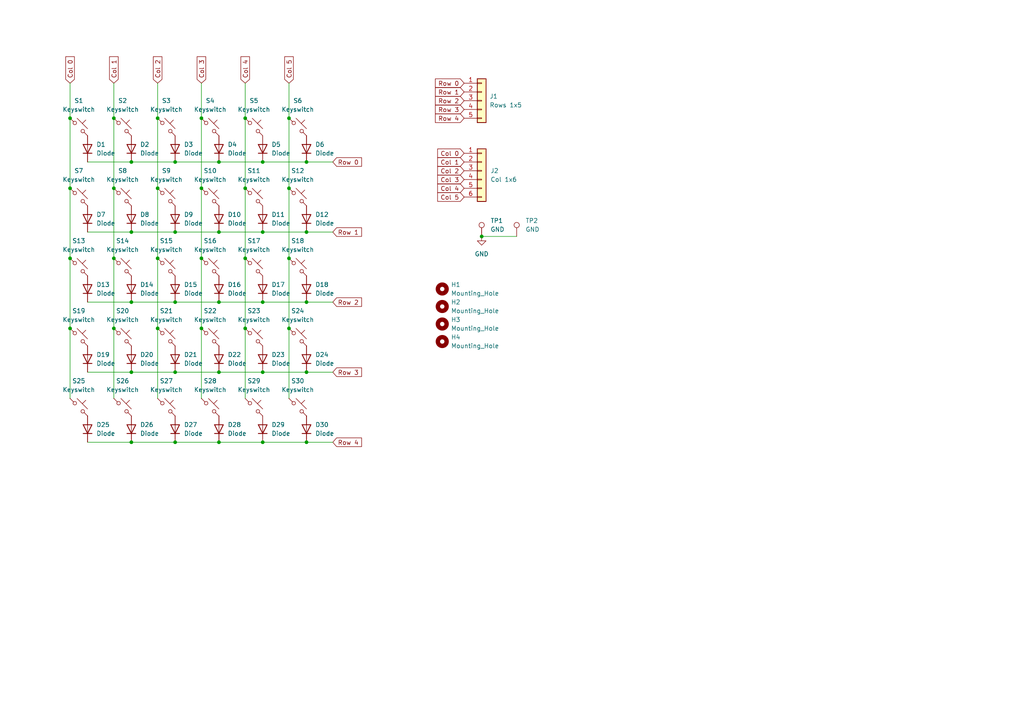
<source format=kicad_sch>
(kicad_sch (version 20250114) (generator "eeschema") (generator_version "9.0")
  (paper "A4")
  (title_block (title "HolyKeys30") (date "2025-04-01") (rev "v1") (company "left2repair"))
  (lib_symbols
    (symbol "Connector:TestPoint" (pin_numbers (hide yes)) (pin_names (offset 0.762) (hide yes))
      (property "Reference" "TP" (at 0 6.858 0))
      (property "Value" "TestPoint" (at 0 5.08 0))
      (symbol "TestPoint_0_1"
        (circle (center 0 3.302) (radius 0.762))
      )
      (symbol "TestPoint_1_1"
        (pin passive line (at 0 0 90) (length 2.54) (name "1") (number "1"))
      )
    )
    (symbol "Connector_Generic:Conn_01x05" (pin_names (offset 1.016) (hide yes))
      (property "Reference" "J" (at 0 7.62 0))
      (property "Value" "Conn_01x05" (at 0 -7.62 0))
      (symbol "Conn_01x05_1_1"
        (rectangle (start -1.27 6.35) (end 1.27 -6.35) (stroke (width 0.254)) (fill (type background)))
        (rectangle (start -1.27 5.207) (end 0 4.953) (stroke (width 0.1524)))
        (rectangle (start -1.27 2.667) (end 0 2.413) (stroke (width 0.1524)))
        (rectangle (start -1.27 0.127) (end 0 -0.127) (stroke (width 0.1524)))
        (rectangle (start -1.27 -2.413) (end 0 -2.667) (stroke (width 0.1524)))
        (rectangle (start -1.27 -4.953) (end 0 -5.207) (stroke (width 0.1524)))
        (pin passive line (at -5.08 5.08 0) (length 3.81) (name "Pin_1") (number "1"))
        (pin passive line (at -5.08 2.54 0) (length 3.81) (name "Pin_2") (number "2"))
        (pin passive line (at -5.08 0 0) (length 3.81) (name "Pin_3") (number "3"))
        (pin passive line (at -5.08 -2.54 0) (length 3.81) (name "Pin_4") (number "4"))
        (pin passive line (at -5.08 -5.08 0) (length 3.81) (name "Pin_5") (number "5"))
      )
    )
    (symbol "Connector_Generic:Conn_01x06" (pin_names (offset 1.016) (hide yes))
      (property "Reference" "J" (at 0 7.62 0))
      (property "Value" "Conn_01x06" (at 0 -10.16 0))
      (symbol "Conn_01x06_1_1"
        (rectangle (start -1.27 6.35) (end 1.27 -8.89) (stroke (width 0.254)) (fill (type background)))
        (rectangle (start -1.27 5.207) (end 0 4.953) (stroke (width 0.1524)))
        (rectangle (start -1.27 2.667) (end 0 2.413) (stroke (width 0.1524)))
        (rectangle (start -1.27 0.127) (end 0 -0.127) (stroke (width 0.1524)))
        (rectangle (start -1.27 -2.413) (end 0 -2.667) (stroke (width 0.1524)))
        (rectangle (start -1.27 -4.953) (end 0 -5.207) (stroke (width 0.1524)))
        (rectangle (start -1.27 -7.493) (end 0 -7.747) (stroke (width 0.1524)))
        (pin passive line (at -5.08 5.08 0) (length 3.81) (name "Pin_1") (number "1"))
        (pin passive line (at -5.08 2.54 0) (length 3.81) (name "Pin_2") (number "2"))
        (pin passive line (at -5.08 0 0) (length 3.81) (name "Pin_3") (number "3"))
        (pin passive line (at -5.08 -2.54 0) (length 3.81) (name "Pin_4") (number "4"))
        (pin passive line (at -5.08 -5.08 0) (length 3.81) (name "Pin_5") (number "5"))
        (pin passive line (at -5.08 -7.62 0) (length 3.81) (name "Pin_6") (number "6"))
      )
    )
    (symbol "ScottoKeebs:Placeholder_Diode" (pin_numbers (hide yes)) (pin_names (hide yes))
      (property "Reference" "D" (at 0 2.54 0))
      (property "Value" "Diode" (at 0 -2.54 0))
      (symbol "Placeholder_Diode_0_1"
        (polyline (pts (xy -1.27 1.27) (xy -1.27 -1.27)) (stroke (width 0.254)))
        (polyline (pts (xy 1.27 1.27) (xy 1.27 -1.27) (xy -1.27 0) (xy 1.27 1.27)) (stroke (width 0.254)))
        (polyline (pts (xy 1.27 0) (xy -1.27 0)))
      )
      (symbol "Placeholder_Diode_1_1"
        (pin passive line (at -3.81 0 0) (length 2.54) (name "K") (number "1"))
        (pin passive line (at 3.81 0 180) (length 2.54) (name "A") (number "2"))
      )
    )
    (symbol "ScottoKeebs:Placeholder_Keyswitch" (pin_numbers (hide yes)) (pin_names (offset 1.016) (hide yes))
      (property "Reference" "S" (at 3.048 1.016 0))
      (property "Value" "Keyswitch" (at 0 -3.81 0))
      (symbol "Placeholder_Keyswitch_0_1"
        (polyline (pts (xy -2.54 2.54) (xy -1.524 1.524) (xy -1.524 1.524)))
        (circle (center -1.1684 1.1684) (radius 0.508))
        (polyline (pts (xy -0.508 2.54) (xy 2.54 -0.508)))
        (polyline (pts (xy 1.016 1.016) (xy 2.032 2.032)))
        (circle (center 1.143 -1.1938) (radius 0.508))
        (polyline (pts (xy 1.524 -1.524) (xy 2.54 -2.54) (xy 2.54 -2.54) (xy 2.54 -2.54)))
        (pin passive line (at -2.54 2.54 0) (length 0) (name "1") (number "1"))
        (pin passive line (at 2.54 -2.54 180) (length 0) (name "2") (number "2"))
      )
    )
    (symbol "ScottoKeebs:Placeholder_Mounting_Hole" (pin_names (offset 1.016))
      (property "Reference" "H" (at 0 5.08 0))
      (property "Value" "Mounting_Hole" (at 0 3.175 0))
      (symbol "Placeholder_Mounting_Hole_0_1"
        (circle (center 0 0) (radius 1.27) (stroke (width 1.27)))
      )
    )
    (symbol "power:GND" (power) (pin_numbers (hide yes)) (pin_names (offset 0) (hide yes))
      (property "Value" "GND" (at 0 -3.81 0))
      (symbol "GND_0_1"
        (polyline (pts (xy 0 0) (xy 0 -1.27) (xy 1.27 -1.27) (xy 0 -2.54) (xy -1.27 -1.27) (xy 0 -1.27)))
      )
      (symbol "GND_1_1"
        (pin power_in line (at 0 0 270) (length 0) (name "~") (number "1"))
      )
    )
  )
  (junction (at 83.82 74.93))
  (junction (at 58.42 34.29))
  (junction (at 38.1 87.63))
  (junction (at 38.1 46.99))
  (junction (at 88.9 107.95))
  (junction (at 58.42 95.25))
  (junction (at 33.02 54.61))
  (junction (at 33.02 74.93))
  (junction (at 45.72 74.93))
  (junction (at 20.32 54.61))
  (junction (at 45.72 34.29))
  (junction (at 45.72 54.61))
  (junction (at 63.5 46.99))
  (junction (at 76.2 107.95))
  (junction (at 76.2 87.63))
  (junction (at 83.82 34.29))
  (junction (at 71.12 34.29))
  (junction (at 33.02 95.25))
  (junction (at 38.1 67.31))
  (junction (at 50.8 107.95))
  (junction (at 71.12 54.61))
  (junction (at 76.2 46.99))
  (junction (at 63.5 107.95))
  (junction (at 88.9 46.99))
  (junction (at 20.32 95.25))
  (junction (at 33.02 34.29))
  (junction (at 63.5 128.27))
  (junction (at 38.1 107.95))
  (junction (at 50.8 87.63))
  (junction (at 83.82 95.25))
  (junction (at 88.9 87.63))
  (junction (at 38.1 128.27))
  (junction (at 45.72 95.25))
  (junction (at 50.8 46.99))
  (junction (at 58.42 74.93))
  (junction (at 63.5 67.31))
  (junction (at 139.7 68.58))
  (junction (at 88.9 67.31))
  (junction (at 71.12 74.93))
  (junction (at 71.12 95.25))
  (junction (at 20.32 74.93))
  (junction (at 20.32 34.29))
  (junction (at 50.8 67.31))
  (junction (at 58.42 54.61))
  (junction (at 76.2 67.31))
  (junction (at 50.8 128.27))
  (junction (at 76.2 128.27))
  (junction (at 88.9 128.27))
  (junction (at 63.5 87.63))
  (junction (at 83.82 54.61))
  (wire (pts (xy 25.4 128.27) (xy 38.1 128.27)))
  (wire (pts (xy 63.5 87.63) (xy 76.2 87.63)))
  (wire (pts (xy 58.42 34.29) (xy 58.42 54.61)))
  (wire (pts (xy 50.8 128.27) (xy 63.5 128.27)))
  (wire (pts (xy 38.1 128.27) (xy 50.8 128.27)))
  (wire (pts (xy 76.2 67.31) (xy 88.9 67.31)))
  (wire (pts (xy 83.82 95.25) (xy 83.82 74.93)))
  (wire (pts (xy 71.12 74.93) (xy 71.12 95.25)))
  (wire (pts (xy 33.02 54.61) (xy 33.02 74.93)))
  (wire (pts (xy 58.42 95.25) (xy 58.42 115.57)))
  (wire (pts (xy 33.02 34.29) (xy 33.02 54.61)))
  (wire (pts (xy 50.8 87.63) (xy 63.5 87.63)))
  (wire (pts (xy 83.82 24.13) (xy 83.82 34.29)))
  (wire (pts (xy 88.9 128.27) (xy 96.52 128.27)))
  (wire (pts (xy 20.32 24.13) (xy 20.32 34.29)))
  (wire (pts (xy 50.8 67.31) (xy 63.5 67.31)))
  (wire (pts (xy 33.02 74.93) (xy 33.02 95.25)))
  (wire (pts (xy 38.1 87.63) (xy 50.8 87.63)))
  (wire (pts (xy 25.4 67.31) (xy 38.1 67.31)))
  (wire (pts (xy 20.32 34.29) (xy 20.32 54.61)))
  (wire (pts (xy 45.72 34.29) (xy 45.72 54.61)))
  (wire (pts (xy 76.2 107.95) (xy 88.9 107.95)))
  (wire (pts (xy 25.4 87.63) (xy 38.1 87.63)))
  (wire (pts (xy 58.42 24.13) (xy 58.42 34.29)))
  (wire (pts (xy 71.12 95.25) (xy 71.12 115.57)))
  (wire (pts (xy 83.82 54.61) (xy 83.82 74.93)))
  (wire (pts (xy 45.72 54.61) (xy 45.72 74.93)))
  (wire (pts (xy 20.32 74.93) (xy 20.32 95.25)))
  (wire (pts (xy 88.9 46.99) (xy 96.52 46.99)))
  (wire (pts (xy 38.1 67.31) (xy 50.8 67.31)))
  (wire (pts (xy 58.42 54.61) (xy 58.42 74.93)))
  (wire (pts (xy 50.8 107.95) (xy 63.5 107.95)))
  (wire (pts (xy 38.1 107.95) (xy 50.8 107.95)))
  (wire (pts (xy 71.12 24.13) (xy 71.12 34.29)))
  (wire (pts (xy 76.2 46.99) (xy 88.9 46.99)))
  (wire (pts (xy 38.1 46.99) (xy 50.8 46.99)))
  (wire (pts (xy 71.12 54.61) (xy 71.12 74.93)))
  (wire (pts (xy 139.7 68.58) (xy 149.86 68.58)))
  (wire (pts (xy 83.82 34.29) (xy 83.82 54.61)))
  (wire (pts (xy 71.12 34.29) (xy 71.12 54.61)))
  (wire (pts (xy 25.4 46.99) (xy 38.1 46.99)))
  (wire (pts (xy 33.02 24.13) (xy 33.02 34.29)))
  (wire (pts (xy 50.8 46.99) (xy 63.5 46.99)))
  (wire (pts (xy 25.4 107.95) (xy 38.1 107.95)))
  (wire (pts (xy 63.5 128.27) (xy 76.2 128.27)))
  (wire (pts (xy 45.72 24.13) (xy 45.72 34.29)))
  (wire (pts (xy 76.2 128.27) (xy 88.9 128.27)))
  (wire (pts (xy 88.9 87.63) (xy 96.52 87.63)))
  (wire (pts (xy 83.82 95.25) (xy 83.82 115.57)))
  (wire (pts (xy 76.2 87.63) (xy 88.9 87.63)))
  (wire (pts (xy 96.52 107.95) (xy 88.9 107.95)))
  (wire (pts (xy 45.72 95.25) (xy 45.72 115.57)))
  (wire (pts (xy 45.72 74.93) (xy 45.72 95.25)))
  (wire (pts (xy 58.42 95.25) (xy 58.42 74.93)))
  (wire (pts (xy 33.02 95.25) (xy 33.02 115.57)))
  (wire (pts (xy 20.32 54.61) (xy 20.32 74.93)))
  (wire (pts (xy 63.5 46.99) (xy 76.2 46.99)))
  (wire (pts (xy 20.32 95.25) (xy 20.32 115.57)))
  (wire (pts (xy 63.5 67.31) (xy 76.2 67.31)))
  (wire (pts (xy 63.5 107.95) (xy 76.2 107.95)))
  (wire (pts (xy 96.52 67.31) (xy 88.9 67.31)))
  (global_label "Row 2" (shape input) (at 134.62 29.21 180) (property "Intersheetrefs" "${INTERSHEET_REFS}" (effects (hide yes))))
  (global_label "Row 2" (shape input) (at 96.52 87.63 0) (property "Intersheetrefs" "${INTERSHEET_REFS}" (effects (hide yes))))
  (global_label "Row 0" (shape input) (at 134.62 24.13 180) (property "Intersheetrefs" "${INTERSHEET_REFS}" (effects (hide yes))))
  (global_label "Row 4" (shape input) (at 134.62 34.29 180) (property "Intersheetrefs" "${INTERSHEET_REFS}" (effects (hide yes))))
  (global_label "Col 2" (shape input) (at 45.72 24.13 90) (property "Intersheetrefs" "${INTERSHEET_REFS}" (effects (hide yes))))
  (global_label "Col 0" (shape input) (at 134.62 44.45 180) (property "Intersheetrefs" "${INTERSHEET_REFS}" (effects (hide yes))))
  (global_label "Col 5" (shape input) (at 83.82 24.13 90) (property "Intersheetrefs" "${INTERSHEET_REFS}" (effects (hide yes))))
  (global_label "Col 4" (shape input) (at 134.62 54.61 180) (property "Intersheetrefs" "${INTERSHEET_REFS}" (effects (hide yes))))
  (global_label "Col 1" (shape input) (at 33.02 24.13 90) (property "Intersheetrefs" "${INTERSHEET_REFS}" (effects (hide yes))))
  (global_label "Col 5" (shape input) (at 134.62 57.15 180) (property "Intersheetrefs" "${INTERSHEET_REFS}" (effects (hide yes))))
  (global_label "Col 4" (shape input) (at 71.12 24.13 90) (property "Intersheetrefs" "${INTERSHEET_REFS}" (effects (hide yes))))
  (global_label "Col 3" (shape input) (at 58.42 24.13 90) (property "Intersheetrefs" "${INTERSHEET_REFS}" (effects (hide yes))))
  (global_label "Row 1" (shape input) (at 134.62 26.67 180) (property "Intersheetrefs" "${INTERSHEET_REFS}" (effects (hide yes))))
  (global_label "Row 0" (shape input) (at 96.52 46.99 0) (property "Intersheetrefs" "${INTERSHEET_REFS}" (effects (hide yes))))
  (global_label "Col 0" (shape input) (at 20.32 24.13 90) (property "Intersheetrefs" "${INTERSHEET_REFS}" (effects (hide yes))))
  (global_label "Col 1" (shape input) (at 134.62 46.99 180) (property "Intersheetrefs" "${INTERSHEET_REFS}" (effects (hide yes))))
  (global_label "Col 2" (shape input) (at 134.62 49.53 180) (property "Intersheetrefs" "${INTERSHEET_REFS}" (effects (hide yes))))
  (global_label "Row 1" (shape input) (at 96.52 67.31 0) (property "Intersheetrefs" "${INTERSHEET_REFS}" (effects (hide yes))))
  (global_label "Row 3" (shape input) (at 96.52 107.95 0) (property "Intersheetrefs" "${INTERSHEET_REFS}" (effects (hide yes))))
  (global_label "Row 3" (shape input) (at 134.62 31.75 180) (property "Intersheetrefs" "${INTERSHEET_REFS}" (effects (hide yes))))
  (global_label "Col 3" (shape input) (at 134.62 52.07 180) (property "Intersheetrefs" "${INTERSHEET_REFS}" (effects (hide yes))))
  (global_label "Row 4" (shape input) (at 96.52 128.27 0) (property "Intersheetrefs" "${INTERSHEET_REFS}" (effects (hide yes))))
  (symbol (lib_id "ScottoKeebs:Placeholder_Keyswitch") (at 48.26 57.15 0) (unit 1)
    (property "Reference" "S9" (at 48.26 49.53 0))
    (property "Value" "Keyswitch" (at 48.26 52.07 0))
    (property "Footprint" "Switch_Keyboard_Hotswap_Kailh:SW_Hotswap_Kailh_Choc_V1V2_Reversible" (effects (hide yes)))
    (property "Description" "Push button switch, normally open, two pins, 45° tilted" (effects (hide yes)))
  )
  (symbol (lib_id "ScottoKeebs:Placeholder_Diode") (at 76.2 43.18 90) (unit 1)
    (property "Reference" "D5" (at 78.74 41.9099 90) (effects (justify right)))
    (property "Value" "Diode" (at 78.74 44.4499 90) (effects (justify right)))
    (property "Footprint" "ScottoKeebs_Components:Diode_DO-35" (effects (hide yes)))
    (property "Description" "1N4148 (DO-35) or 1N4148W (SOD-123)" (effects (hide yes)))
    (property "Sim.Device" "D" (effects (hide yes)))
    (property "Sim.Pins" "1=K 2=A" (effects (hide yes)))
  )
  (symbol (lib_id "ScottoKeebs:Placeholder_Diode") (at 88.9 124.46 90) (unit 1)
    (property "Reference" "D30" (at 91.44 123.1899 90) (effects (justify right)))
    (property "Value" "Diode" (at 91.44 125.7299 90) (effects (justify right)))
    (property "Footprint" "ScottoKeebs_Components:Diode_DO-35" (effects (hide yes)))
    (property "Description" "1N4148 (DO-35) or 1N4148W (SOD-123)" (effects (hide yes)))
    (property "Sim.Device" "D" (effects (hide yes)))
    (property "Sim.Pins" "1=K 2=A" (effects (hide yes)))
  )
  (symbol (lib_id "ScottoKeebs:Placeholder_Keyswitch") (at 86.36 97.79 0) (unit 1)
    (property "Reference" "S24" (at 86.36 90.17 0))
    (property "Value" "Keyswitch" (at 86.36 92.71 0))
    (property "Footprint" "Switch_Keyboard_Hotswap_Kailh:SW_Hotswap_Kailh_Choc_V1V2_Reversible" (effects (hide yes)))
    (property "Description" "Push button switch, normally open, two pins, 45° tilted" (effects (hide yes)))
  )
  (symbol (lib_id "ScottoKeebs:Placeholder_Diode") (at 76.2 63.5 90) (unit 1)
    (property "Reference" "D11" (at 78.74 62.2299 90) (effects (justify right)))
    (property "Value" "Diode" (at 78.74 64.7699 90) (effects (justify right)))
    (property "Footprint" "ScottoKeebs_Components:Diode_DO-35" (effects (hide yes)))
    (property "Description" "1N4148 (DO-35) or 1N4148W (SOD-123)" (effects (hide yes)))
    (property "Sim.Device" "D" (effects (hide yes)))
    (property "Sim.Pins" "1=K 2=A" (effects (hide yes)))
  )
  (symbol (lib_id "ScottoKeebs:Placeholder_Keyswitch") (at 48.26 36.83 0) (unit 1)
    (property "Reference" "S3" (at 48.26 29.21 0))
    (property "Value" "Keyswitch" (at 48.26 31.75 0))
    (property "Footprint" "Switch_Keyboard_Hotswap_Kailh:SW_Hotswap_Kailh_Choc_V1V2_Reversible" (effects (hide yes)))
    (property "Description" "Push button switch, normally open, two pins, 45° tilted" (effects (hide yes)))
  )
  (symbol (lib_id "ScottoKeebs:Placeholder_Diode") (at 25.4 43.18 90) (unit 1)
    (property "Reference" "D1" (at 27.94 41.9099 90) (effects (justify right)))
    (property "Value" "Diode" (at 27.94 44.4499 90) (effects (justify right)))
    (property "Footprint" "ScottoKeebs_Components:Diode_DO-35" (effects (hide yes)))
    (property "Description" "1N4148 (DO-35) or 1N4148W (SOD-123)" (effects (hide yes)))
    (property "Sim.Device" "D" (effects (hide yes)))
    (property "Sim.Pins" "1=K 2=A" (effects (hide yes)))
  )
  (symbol (lib_id "ScottoKeebs:Placeholder_Keyswitch") (at 60.96 77.47 0) (unit 1)
    (property "Reference" "S16" (at 60.96 69.85 0))
    (property "Value" "Keyswitch" (at 60.96 72.39 0))
    (property "Footprint" "Switch_Keyboard_Hotswap_Kailh:SW_Hotswap_Kailh_Choc_V1V2_Reversible" (effects (hide yes)))
    (property "Description" "Push button switch, normally open, two pins, 45° tilted" (effects (hide yes)))
  )
  (symbol (lib_id "ScottoKeebs:Placeholder_Keyswitch") (at 22.86 118.11 0) (unit 1)
    (property "Reference" "S25" (at 22.86 110.49 0))
    (property "Value" "Keyswitch" (at 22.86 113.03 0))
    (property "Footprint" "Switch_Keyboard_Hotswap_Kailh:SW_Hotswap_Kailh_Choc_V1V2_Reversible" (effects (hide yes)))
    (property "Description" "Push button switch, normally open, two pins, 45° tilted" (effects (hide yes)))
  )
  (symbol (lib_id "ScottoKeebs:Placeholder_Diode") (at 88.9 63.5 90) (unit 1)
    (property "Reference" "D12" (at 91.44 62.2299 90) (effects (justify right)))
    (property "Value" "Diode" (at 91.44 64.7699 90) (effects (justify right)))
    (property "Footprint" "ScottoKeebs_Components:Diode_DO-35" (effects (hide yes)))
    (property "Description" "1N4148 (DO-35) or 1N4148W (SOD-123)" (effects (hide yes)))
    (property "Sim.Device" "D" (effects (hide yes)))
    (property "Sim.Pins" "1=K 2=A" (effects (hide yes)))
  )
  (symbol (lib_id "ScottoKeebs:Placeholder_Keyswitch") (at 22.86 97.79 0) (unit 1)
    (property "Reference" "S19" (at 22.86 90.17 0))
    (property "Value" "Keyswitch" (at 22.86 92.71 0))
    (property "Footprint" "Switch_Keyboard_Hotswap_Kailh:SW_Hotswap_Kailh_Choc_V1V2_Reversible" (effects (hide yes)))
    (property "Description" "Push button switch, normally open, two pins, 45° tilted" (effects (hide yes)))
  )
  (symbol (lib_id "ScottoKeebs:Placeholder_Keyswitch") (at 73.66 77.47 0) (unit 1)
    (property "Reference" "S17" (at 73.66 69.85 0))
    (property "Value" "Keyswitch" (at 73.66 72.39 0))
    (property "Footprint" "Switch_Keyboard_Hotswap_Kailh:SW_Hotswap_Kailh_Choc_V1V2_Reversible" (effects (hide yes)))
    (property "Description" "Push button switch, normally open, two pins, 45° tilted" (effects (hide yes)))
  )
  (symbol (lib_id "ScottoKeebs:Placeholder_Diode") (at 38.1 124.46 90) (unit 1)
    (property "Reference" "D26" (at 40.64 123.1899 90) (effects (justify right)))
    (property "Value" "Diode" (at 40.64 125.7299 90) (effects (justify right)))
    (property "Footprint" "ScottoKeebs_Components:Diode_DO-35" (effects (hide yes)))
    (property "Description" "1N4148 (DO-35) or 1N4148W (SOD-123)" (effects (hide yes)))
    (property "Sim.Device" "D" (effects (hide yes)))
    (property "Sim.Pins" "1=K 2=A" (effects (hide yes)))
  )
  (symbol (lib_id "ScottoKeebs:Placeholder_Keyswitch") (at 22.86 57.15 0) (unit 1)
    (property "Reference" "S7" (at 22.86 49.53 0))
    (property "Value" "Keyswitch" (at 22.86 52.07 0))
    (property "Footprint" "Switch_Keyboard_Hotswap_Kailh:SW_Hotswap_Kailh_Choc_V1V2_Reversible" (effects (hide yes)))
    (property "Description" "Push button switch, normally open, two pins, 45° tilted" (effects (hide yes)))
  )
  (symbol (lib_id "ScottoKeebs:Placeholder_Diode") (at 63.5 124.46 90) (unit 1)
    (property "Reference" "D28" (at 66.04 123.1899 90) (effects (justify right)))
    (property "Value" "Diode" (at 66.04 125.7299 90) (effects (justify right)))
    (property "Footprint" "ScottoKeebs_Components:Diode_DO-35" (effects (hide yes)))
    (property "Description" "1N4148 (DO-35) or 1N4148W (SOD-123)" (effects (hide yes)))
    (property "Sim.Device" "D" (effects (hide yes)))
    (property "Sim.Pins" "1=K 2=A" (effects (hide yes)))
  )
  (symbol (lib_id "Connector_Generic:Conn_01x05") (at 139.7 29.21 0) (unit 1)
    (property "Reference" "J1" (at 141.986 27.94 0) (effects (justify left)))
    (property "Value" "Rows 1x5" (at 141.986 30.48 0) (effects (justify left)))
    (property "Footprint" "Connector_PinSocket_2.54mm:PinSocket_1x05_P2.54mm_Vertical" (effects (hide yes)))
    (property "Description" "Generic connector, single row, 01x05, script generated (kicad-library-utils/schlib/autogen/connector/)" (effects (hide yes)))
  )
  (symbol (lib_id "ScottoKeebs:Placeholder_Mounting_Hole") (at 128.27 88.9 0) (unit 1)
    (property "Reference" "H2" (at 130.81 87.6299 0) (effects (justify left)))
    (property "Value" "Mounting_Hole" (at 130.81 90.1699 0) (effects (justify left)))
    (property "Footprint" "MountingHole:MountingHole_2.2mm_M2_DIN965" (effects (hide yes)))
    (property "Description" "Mounting Hole without connection" (effects (hide yes)))
  )
  (symbol (lib_id "ScottoKeebs:Placeholder_Keyswitch") (at 48.26 118.11 0) (unit 1)
    (property "Reference" "S27" (at 48.26 110.49 0))
    (property "Value" "Keyswitch" (at 48.26 113.03 0))
    (property "Footprint" "Switch_Keyboard_Hotswap_Kailh:SW_Hotswap_Kailh_Choc_V1V2_Reversible" (effects (hide yes)))
    (property "Description" "Push button switch, normally open, two pins, 45° tilted" (effects (hide yes)))
  )
  (symbol (lib_id "ScottoKeebs:Placeholder_Keyswitch") (at 86.36 36.83 0) (unit 1)
    (property "Reference" "S6" (at 86.36 29.21 0))
    (property "Value" "Keyswitch" (at 86.36 31.75 0))
    (property "Footprint" "Switch_Keyboard_Hotswap_Kailh:SW_Hotswap_Kailh_Choc_V1V2_Reversible" (effects (hide yes)))
    (property "Description" "Push button switch, normally open, two pins, 45° tilted" (effects (hide yes)))
  )
  (symbol (lib_id "Connector_Generic:Conn_01x06") (at 139.7 49.53 0) (unit 1)
    (property "Reference" "J2" (at 142.24 49.5299 0) (effects (justify left)))
    (property "Value" "Col 1x6" (at 142.24 52.0699 0) (effects (justify left)))
    (property "Footprint" "Connector_PinSocket_2.54mm:PinSocket_1x06_P2.54mm_Vertical" (effects (hide yes)))
    (property "Description" "Generic connector, single row, 01x06, script generated (kicad-library-utils/schlib/autogen/connector/)" (effects (hide yes)))
  )
  (symbol (lib_id "ScottoKeebs:Placeholder_Diode") (at 50.8 83.82 90) (unit 1)
    (property "Reference" "D15" (at 53.34 82.5499 90) (effects (justify right)))
    (property "Value" "Diode" (at 53.34 85.0899 90) (effects (justify right)))
    (property "Footprint" "ScottoKeebs_Components:Diode_DO-35" (effects (hide yes)))
    (property "Description" "1N4148 (DO-35) or 1N4148W (SOD-123)" (effects (hide yes)))
    (property "Sim.Device" "D" (effects (hide yes)))
    (property "Sim.Pins" "1=K 2=A" (effects (hide yes)))
  )
  (symbol (lib_id "ScottoKeebs:Placeholder_Diode") (at 38.1 104.14 90) (unit 1)
    (property "Reference" "D20" (at 40.64 102.8699 90) (effects (justify right)))
    (property "Value" "Diode" (at 40.64 105.4099 90) (effects (justify right)))
    (property "Footprint" "ScottoKeebs_Components:Diode_DO-35" (effects (hide yes)))
    (property "Description" "1N4148 (DO-35) or 1N4148W (SOD-123)" (effects (hide yes)))
    (property "Sim.Device" "D" (effects (hide yes)))
    (property "Sim.Pins" "1=K 2=A" (effects (hide yes)))
  )
  (symbol (lib_id "ScottoKeebs:Placeholder_Keyswitch") (at 86.36 118.11 0) (unit 1)
    (property "Reference" "S30" (at 86.36 110.49 0))
    (property "Value" "Keyswitch" (at 86.36 113.03 0))
    (property "Footprint" "Switch_Keyboard_Hotswap_Kailh:SW_Hotswap_Kailh_Choc_V1V2_Reversible" (effects (hide yes)))
    (property "Description" "Push button switch, normally open, two pins, 45° tilted" (effects (hide yes)))
  )
  (symbol (lib_id "ScottoKeebs:Placeholder_Diode") (at 25.4 124.46 90) (unit 1)
    (property "Reference" "D25" (at 27.94 123.1899 90) (effects (justify right)))
    (property "Value" "Diode" (at 27.94 125.7299 90) (effects (justify right)))
    (property "Footprint" "ScottoKeebs_Components:Diode_DO-35" (effects (hide yes)))
    (property "Description" "1N4148 (DO-35) or 1N4148W (SOD-123)" (effects (hide yes)))
    (property "Sim.Device" "D" (effects (hide yes)))
    (property "Sim.Pins" "1=K 2=A" (effects (hide yes)))
  )
  (symbol (lib_id "ScottoKeebs:Placeholder_Keyswitch") (at 86.36 57.15 0) (unit 1)
    (property "Reference" "S12" (at 86.36 49.53 0))
    (property "Value" "Keyswitch" (at 86.36 52.07 0))
    (property "Footprint" "Switch_Keyboard_Hotswap_Kailh:SW_Hotswap_Kailh_Choc_V1V2_Reversible" (effects (hide yes)))
    (property "Description" "Push button switch, normally open, two pins, 45° tilted" (effects (hide yes)))
  )
  (symbol (lib_id "ScottoKeebs:Placeholder_Diode") (at 88.9 104.14 90) (unit 1)
    (property "Reference" "D24" (at 91.44 102.8699 90) (effects (justify right)))
    (property "Value" "Diode" (at 91.44 105.4099 90) (effects (justify right)))
    (property "Footprint" "ScottoKeebs_Components:Diode_DO-35" (effects (hide yes)))
    (property "Description" "1N4148 (DO-35) or 1N4148W (SOD-123)" (effects (hide yes)))
    (property "Sim.Device" "D" (effects (hide yes)))
    (property "Sim.Pins" "1=K 2=A" (effects (hide yes)))
  )
  (symbol (lib_id "ScottoKeebs:Placeholder_Keyswitch") (at 35.56 118.11 0) (unit 1)
    (property "Reference" "S26" (at 35.56 110.49 0))
    (property "Value" "Keyswitch" (at 35.56 113.03 0))
    (property "Footprint" "Switch_Keyboard_Hotswap_Kailh:SW_Hotswap_Kailh_Choc_V1V2_Reversible" (effects (hide yes)))
    (property "Description" "Push button switch, normally open, two pins, 45° tilted" (effects (hide yes)))
  )
  (symbol (lib_id "ScottoKeebs:Placeholder_Diode") (at 63.5 43.18 90) (unit 1)
    (property "Reference" "D4" (at 66.04 41.9099 90) (effects (justify right)))
    (property "Value" "Diode" (at 66.04 44.4499 90) (effects (justify right)))
    (property "Footprint" "ScottoKeebs_Components:Diode_DO-35" (effects (hide yes)))
    (property "Description" "1N4148 (DO-35) or 1N4148W (SOD-123)" (effects (hide yes)))
    (property "Sim.Device" "D" (effects (hide yes)))
    (property "Sim.Pins" "1=K 2=A" (effects (hide yes)))
  )
  (symbol (lib_id "ScottoKeebs:Placeholder_Mounting_Hole") (at 128.27 99.06 0) (unit 1)
    (property "Reference" "H4" (at 130.81 97.7899 0) (effects (justify left)))
    (property "Value" "Mounting_Hole" (at 130.81 100.3299 0) (effects (justify left)))
    (property "Footprint" "MountingHole:MountingHole_2.2mm_M2_DIN965" (effects (hide yes)))
    (property "Description" "Mounting Hole without connection" (effects (hide yes)))
  )
  (symbol (lib_id "ScottoKeebs:Placeholder_Keyswitch") (at 35.56 77.47 0) (unit 1)
    (property "Reference" "S14" (at 35.56 69.85 0))
    (property "Value" "Keyswitch" (at 35.56 72.39 0))
    (property "Footprint" "Switch_Keyboard_Hotswap_Kailh:SW_Hotswap_Kailh_Choc_V1V2_Reversible" (effects (hide yes)))
    (property "Description" "Push button switch, normally open, two pins, 45° tilted" (effects (hide yes)))
  )
  (symbol (lib_id "ScottoKeebs:Placeholder_Diode") (at 76.2 83.82 90) (unit 1)
    (property "Reference" "D17" (at 78.74 82.5499 90) (effects (justify right)))
    (property "Value" "Diode" (at 78.74 85.0899 90) (effects (justify right)))
    (property "Footprint" "ScottoKeebs_Components:Diode_DO-35" (effects (hide yes)))
    (property "Description" "1N4148 (DO-35) or 1N4148W (SOD-123)" (effects (hide yes)))
    (property "Sim.Device" "D" (effects (hide yes)))
    (property "Sim.Pins" "1=K 2=A" (effects (hide yes)))
  )
  (symbol (lib_id "ScottoKeebs:Placeholder_Keyswitch") (at 48.26 97.79 0) (unit 1)
    (property "Reference" "S21" (at 48.26 90.17 0))
    (property "Value" "Keyswitch" (at 48.26 92.71 0))
    (property "Footprint" "Switch_Keyboard_Hotswap_Kailh:SW_Hotswap_Kailh_Choc_V1V2_Reversible" (effects (hide yes)))
    (property "Description" "Push button switch, normally open, two pins, 45° tilted" (effects (hide yes)))
  )
  (symbol (lib_id "ScottoKeebs:Placeholder_Diode") (at 38.1 43.18 90) (unit 1)
    (property "Reference" "D2" (at 40.64 41.9099 90) (effects (justify right)))
    (property "Value" "Diode" (at 40.64 44.4499 90) (effects (justify right)))
    (property "Footprint" "ScottoKeebs_Components:Diode_DO-35" (effects (hide yes)))
    (property "Description" "1N4148 (DO-35) or 1N4148W (SOD-123)" (effects (hide yes)))
    (property "Sim.Device" "D" (effects (hide yes)))
    (property "Sim.Pins" "1=K 2=A" (effects (hide yes)))
  )
  (symbol (lib_id "ScottoKeebs:Placeholder_Keyswitch") (at 22.86 36.83 0) (unit 1)
    (property "Reference" "S1" (at 22.86 29.21 0))
    (property "Value" "Keyswitch" (at 22.86 31.75 0))
    (property "Footprint" "Switch_Keyboard_Hotswap_Kailh:SW_Hotswap_Kailh_Choc_V1V2_Reversible" (effects (hide yes)))
    (property "Description" "Push button switch, normally open, two pins, 45° tilted" (effects (hide yes)))
  )
  (symbol (lib_id "ScottoKeebs:Placeholder_Keyswitch") (at 22.86 77.47 0) (unit 1)
    (property "Reference" "S13" (at 22.86 69.85 0))
    (property "Value" "Keyswitch" (at 22.86 72.39 0))
    (property "Footprint" "Switch_Keyboard_Hotswap_Kailh:SW_Hotswap_Kailh_Choc_V1V2_Reversible" (effects (hide yes)))
    (property "Description" "Push button switch, normally open, two pins, 45° tilted" (effects (hide yes)))
  )
  (symbol (lib_id "ScottoKeebs:Placeholder_Diode") (at 50.8 63.5 90) (unit 1)
    (property "Reference" "D9" (at 53.34 62.2299 90) (effects (justify right)))
    (property "Value" "Diode" (at 53.34 64.7699 90) (effects (justify right)))
    (property "Footprint" "ScottoKeebs_Components:Diode_DO-35" (effects (hide yes)))
    (property "Description" "1N4148 (DO-35) or 1N4148W (SOD-123)" (effects (hide yes)))
    (property "Sim.Device" "D" (effects (hide yes)))
    (property "Sim.Pins" "1=K 2=A" (effects (hide yes)))
  )
  (symbol (lib_id "ScottoKeebs:Placeholder_Diode") (at 88.9 43.18 90) (unit 1)
    (property "Reference" "D6" (at 91.44 41.9099 90) (effects (justify right)))
    (property "Value" "Diode" (at 91.44 44.4499 90) (effects (justify right)))
    (property "Footprint" "ScottoKeebs_Components:Diode_DO-35" (effects (hide yes)))
    (property "Description" "1N4148 (DO-35) or 1N4148W (SOD-123)" (effects (hide yes)))
    (property "Sim.Device" "D" (effects (hide yes)))
    (property "Sim.Pins" "1=K 2=A" (effects (hide yes)))
  )
  (symbol (lib_id "ScottoKeebs:Placeholder_Diode") (at 25.4 63.5 90) (unit 1)
    (property "Reference" "D7" (at 27.94 62.2299 90) (effects (justify right)))
    (property "Value" "Diode" (at 27.94 64.7699 90) (effects (justify right)))
    (property "Footprint" "ScottoKeebs_Components:Diode_DO-35" (effects (hide yes)))
    (property "Description" "1N4148 (DO-35) or 1N4148W (SOD-123)" (effects (hide yes)))
    (property "Sim.Device" "D" (effects (hide yes)))
    (property "Sim.Pins" "1=K 2=A" (effects (hide yes)))
  )
  (symbol (lib_id "ScottoKeebs:Placeholder_Diode") (at 25.4 104.14 90) (unit 1)
    (property "Reference" "D19" (at 27.94 102.8699 90) (effects (justify right)))
    (property "Value" "Diode" (at 27.94 105.4099 90) (effects (justify right)))
    (property "Footprint" "ScottoKeebs_Components:Diode_DO-35" (effects (hide yes)))
    (property "Description" "1N4148 (DO-35) or 1N4148W (SOD-123)" (effects (hide yes)))
    (property "Sim.Device" "D" (effects (hide yes)))
    (property "Sim.Pins" "1=K 2=A" (effects (hide yes)))
  )
  (symbol (lib_id "ScottoKeebs:Placeholder_Diode") (at 63.5 104.14 90) (unit 1)
    (property "Reference" "D22" (at 66.04 102.8699 90) (effects (justify right)))
    (property "Value" "Diode" (at 66.04 105.4099 90) (effects (justify right)))
    (property "Footprint" "ScottoKeebs_Components:Diode_DO-35" (effects (hide yes)))
    (property "Description" "1N4148 (DO-35) or 1N4148W (SOD-123)" (effects (hide yes)))
    (property "Sim.Device" "D" (effects (hide yes)))
    (property "Sim.Pins" "1=K 2=A" (effects (hide yes)))
  )
  (symbol (lib_id "ScottoKeebs:Placeholder_Keyswitch") (at 48.26 77.47 0) (unit 1)
    (property "Reference" "S15" (at 48.26 69.85 0))
    (property "Value" "Keyswitch" (at 48.26 72.39 0))
    (property "Footprint" "Switch_Keyboard_Hotswap_Kailh:SW_Hotswap_Kailh_Choc_V1V2_Reversible" (effects (hide yes)))
    (property "Description" "Push button switch, normally open, two pins, 45° tilted" (effects (hide yes)))
  )
  (symbol (lib_id "ScottoKeebs:Placeholder_Diode") (at 38.1 63.5 90) (unit 1)
    (property "Reference" "D8" (at 40.64 62.2299 90) (effects (justify right)))
    (property "Value" "Diode" (at 40.64 64.7699 90) (effects (justify right)))
    (property "Footprint" "ScottoKeebs_Components:Diode_DO-35" (effects (hide yes)))
    (property "Description" "1N4148 (DO-35) or 1N4148W (SOD-123)" (effects (hide yes)))
    (property "Sim.Device" "D" (effects (hide yes)))
    (property "Sim.Pins" "1=K 2=A" (effects (hide yes)))
  )
  (symbol (lib_id "ScottoKeebs:Placeholder_Keyswitch") (at 60.96 97.79 0) (unit 1)
    (property "Reference" "S22" (at 60.96 90.17 0))
    (property "Value" "Keyswitch" (at 60.96 92.71 0))
    (property "Footprint" "Switch_Keyboard_Hotswap_Kailh:SW_Hotswap_Kailh_Choc_V1V2_Reversible" (effects (hide yes)))
    (property "Description" "Push button switch, normally open, two pins, 45° tilted" (effects (hide yes)))
  )
  (symbol (lib_id "ScottoKeebs:Placeholder_Keyswitch") (at 73.66 57.15 0) (unit 1)
    (property "Reference" "S11" (at 73.66 49.53 0))
    (property "Value" "Keyswitch" (at 73.66 52.07 0))
    (property "Footprint" "Switch_Keyboard_Hotswap_Kailh:SW_Hotswap_Kailh_Choc_V1V2_Reversible" (effects (hide yes)))
    (property "Description" "Push button switch, normally open, two pins, 45° tilted" (effects (hide yes)))
  )
  (symbol (lib_id "ScottoKeebs:Placeholder_Keyswitch") (at 60.96 118.11 0) (unit 1)
    (property "Reference" "S28" (at 60.96 110.49 0))
    (property "Value" "Keyswitch" (at 60.96 113.03 0))
    (property "Footprint" "Switch_Keyboard_Hotswap_Kailh:SW_Hotswap_Kailh_Choc_V1V2_Reversible" (effects (hide yes)))
    (property "Description" "Push button switch, normally open, two pins, 45° tilted" (effects (hide yes)))
  )
  (symbol (lib_id "ScottoKeebs:Placeholder_Diode") (at 38.1 83.82 90) (unit 1)
    (property "Reference" "D14" (at 40.64 82.5499 90) (effects (justify right)))
    (property "Value" "Diode" (at 40.64 85.0899 90) (effects (justify right)))
    (property "Footprint" "ScottoKeebs_Components:Diode_DO-35" (effects (hide yes)))
    (property "Description" "1N4148 (DO-35) or 1N4148W (SOD-123)" (effects (hide yes)))
    (property "Sim.Device" "D" (effects (hide yes)))
    (property "Sim.Pins" "1=K 2=A" (effects (hide yes)))
  )
  (symbol (lib_id "ScottoKeebs:Placeholder_Diode") (at 50.8 124.46 90) (unit 1)
    (property "Reference" "D27" (at 53.34 123.1899 90) (effects (justify right)))
    (property "Value" "Diode" (at 53.34 125.7299 90) (effects (justify right)))
    (property "Footprint" "ScottoKeebs_Components:Diode_DO-35" (effects (hide yes)))
    (property "Description" "1N4148 (DO-35) or 1N4148W (SOD-123)" (effects (hide yes)))
    (property "Sim.Device" "D" (effects (hide yes)))
    (property "Sim.Pins" "1=K 2=A" (effects (hide yes)))
  )
  (symbol (lib_id "ScottoKeebs:Placeholder_Keyswitch") (at 60.96 57.15 0) (unit 1)
    (property "Reference" "S10" (at 60.96 49.53 0))
    (property "Value" "Keyswitch" (at 60.96 52.07 0))
    (property "Footprint" "Switch_Keyboard_Hotswap_Kailh:SW_Hotswap_Kailh_Choc_V1V2_Reversible" (effects (hide yes)))
    (property "Description" "Push button switch, normally open, two pins, 45° tilted" (effects (hide yes)))
  )
  (symbol (lib_id "ScottoKeebs:Placeholder_Keyswitch") (at 73.66 97.79 0) (unit 1)
    (property "Reference" "S23" (at 73.66 90.17 0))
    (property "Value" "Keyswitch" (at 73.66 92.71 0))
    (property "Footprint" "Switch_Keyboard_Hotswap_Kailh:SW_Hotswap_Kailh_Choc_V1V2_Reversible" (effects (hide yes)))
    (property "Description" "Push button switch, normally open, two pins, 45° tilted" (effects (hide yes)))
  )
  (symbol (lib_id "ScottoKeebs:Placeholder_Keyswitch") (at 35.56 97.79 0) (unit 1)
    (property "Reference" "S20" (at 35.56 90.17 0))
    (property "Value" "Keyswitch" (at 35.56 92.71 0))
    (property "Footprint" "Switch_Keyboard_Hotswap_Kailh:SW_Hotswap_Kailh_Choc_V1V2_Reversible" (effects (hide yes)))
    (property "Description" "Push button switch, normally open, two pins, 45° tilted" (effects (hide yes)))
  )
  (symbol (lib_id "ScottoKeebs:Placeholder_Diode") (at 76.2 124.46 90) (unit 1)
    (property "Reference" "D29" (at 78.74 123.1899 90) (effects (justify right)))
    (property "Value" "Diode" (at 78.74 125.7299 90) (effects (justify right)))
    (property "Footprint" "ScottoKeebs_Components:Diode_DO-35" (effects (hide yes)))
    (property "Description" "1N4148 (DO-35) or 1N4148W (SOD-123)" (effects (hide yes)))
    (property "Sim.Device" "D" (effects (hide yes)))
    (property "Sim.Pins" "1=K 2=A" (effects (hide yes)))
  )
  (symbol (lib_id "ScottoKeebs:Placeholder_Keyswitch") (at 35.56 36.83 0) (unit 1)
    (property "Reference" "S2" (at 35.56 29.21 0))
    (property "Value" "Keyswitch" (at 35.56 31.75 0))
    (property "Footprint" "Switch_Keyboard_Hotswap_Kailh:SW_Hotswap_Kailh_Choc_V1V2_Reversible" (effects (hide yes)))
    (property "Description" "Push button switch, normally open, two pins, 45° tilted" (effects (hide yes)))
  )
  (symbol (lib_id "ScottoKeebs:Placeholder_Keyswitch") (at 35.56 57.15 0) (unit 1)
    (property "Reference" "S8" (at 35.56 49.53 0))
    (property "Value" "Keyswitch" (at 35.56 52.07 0))
    (property "Footprint" "Switch_Keyboard_Hotswap_Kailh:SW_Hotswap_Kailh_Choc_V1V2_Reversible" (effects (hide yes)))
    (property "Description" "Push button switch, normally open, two pins, 45° tilted" (effects (hide yes)))
  )
  (symbol (lib_id "ScottoKeebs:Placeholder_Keyswitch") (at 73.66 118.11 0) (unit 1)
    (property "Reference" "S29" (at 73.66 110.49 0))
    (property "Value" "Keyswitch" (at 73.66 113.03 0))
    (property "Footprint" "Switch_Keyboard_Hotswap_Kailh:SW_Hotswap_Kailh_Choc_V1V2_Reversible" (effects (hide yes)))
    (property "Description" "Push button switch, normally open, two pins, 45° tilted" (effects (hide yes)))
  )
  (symbol (lib_id "Connector:TestPoint") (at 149.86 68.58 0) (unit 1)
    (property "Reference" "TP2" (at 152.4 64.0079 0) (effects (justify left)))
    (property "Value" "GND" (at 152.4 66.5479 0) (effects (justify left)))
    (property "Footprint" "TestPoint:TestPoint_Pad_D2.5mm" (effects (hide yes)))
    (property "Description" "test point" (effects (hide yes)))
  )
  (symbol (lib_id "ScottoKeebs:Placeholder_Diode") (at 25.4 83.82 90) (unit 1)
    (property "Reference" "D13" (at 27.94 82.5499 90) (effects (justify right)))
    (property "Value" "Diode" (at 27.94 85.0899 90) (effects (justify right)))
    (property "Footprint" "ScottoKeebs_Components:Diode_DO-35" (effects (hide yes)))
    (property "Description" "1N4148 (DO-35) or 1N4148W (SOD-123)" (effects (hide yes)))
    (property "Sim.Device" "D" (effects (hide yes)))
    (property "Sim.Pins" "1=K 2=A" (effects (hide yes)))
  )
  (symbol (lib_id "ScottoKeebs:Placeholder_Mounting_Hole") (at 128.27 93.98 0) (unit 1)
    (property "Reference" "H3" (at 130.81 92.7099 0) (effects (justify left)))
    (property "Value" "Mounting_Hole" (at 130.81 95.2499 0) (effects (justify left)))
    (property "Footprint" "MountingHole:MountingHole_2.2mm_M2_DIN965" (effects (hide yes)))
    (property "Description" "Mounting Hole without connection" (effects (hide yes)))
  )
  (symbol (lib_id "ScottoKeebs:Placeholder_Keyswitch") (at 73.66 36.83 0) (unit 1)
    (property "Reference" "S5" (at 73.66 29.21 0))
    (property "Value" "Keyswitch" (at 73.66 31.75 0))
    (property "Footprint" "Switch_Keyboard_Hotswap_Kailh:SW_Hotswap_Kailh_Choc_V1V2_Reversible" (effects (hide yes)))
    (property "Description" "Push button switch, normally open, two pins, 45° tilted" (effects (hide yes)))
  )
  (symbol (lib_id "Connector:TestPoint") (at 139.7 68.58 0) (unit 1)
    (property "Reference" "TP1" (at 142.24 64.0079 0) (effects (justify left)))
    (property "Value" "GND" (at 142.24 66.5479 0) (effects (justify left)))
    (property "Footprint" "TestPoint:TestPoint_Pad_D2.5mm" (effects (hide yes)))
    (property "Description" "test point" (effects (hide yes)))
  )
  (symbol (lib_id "ScottoKeebs:Placeholder_Diode") (at 76.2 104.14 90) (unit 1)
    (property "Reference" "D23" (at 78.74 102.8699 90) (effects (justify right)))
    (property "Value" "Diode" (at 78.74 105.4099 90) (effects (justify right)))
    (property "Footprint" "ScottoKeebs_Components:Diode_DO-35" (effects (hide yes)))
    (property "Description" "1N4148 (DO-35) or 1N4148W (SOD-123)" (effects (hide yes)))
    (property "Sim.Device" "D" (effects (hide yes)))
    (property "Sim.Pins" "1=K 2=A" (effects (hide yes)))
  )
  (symbol (lib_id "ScottoKeebs:Placeholder_Diode") (at 63.5 83.82 90) (unit 1)
    (property "Reference" "D16" (at 66.04 82.5499 90) (effects (justify right)))
    (property "Value" "Diode" (at 66.04 85.0899 90) (effects (justify right)))
    (property "Footprint" "ScottoKeebs_Components:Diode_DO-35" (effects (hide yes)))
    (property "Description" "1N4148 (DO-35) or 1N4148W (SOD-123)" (effects (hide yes)))
    (property "Sim.Device" "D" (effects (hide yes)))
    (property "Sim.Pins" "1=K 2=A" (effects (hide yes)))
  )
  (symbol (lib_id "ScottoKeebs:Placeholder_Mounting_Hole") (at 128.27 83.82 0) (unit 1)
    (property "Reference" "H1" (at 130.81 82.5499 0) (effects (justify left)))
    (property "Value" "Mounting_Hole" (at 130.81 85.0899 0) (effects (justify left)))
    (property "Footprint" "MountingHole:MountingHole_2.2mm_M2_DIN965" (effects (hide yes)))
    (property "Description" "Mounting Hole without connection" (effects (hide yes)))
  )
  (symbol (lib_id "ScottoKeebs:Placeholder_Diode") (at 88.9 83.82 90) (unit 1)
    (property "Reference" "D18" (at 91.44 82.5499 90) (effects (justify right)))
    (property "Value" "Diode" (at 91.44 85.0899 90) (effects (justify right)))
    (property "Footprint" "ScottoKeebs_Components:Diode_DO-35" (effects (hide yes)))
    (property "Description" "1N4148 (DO-35) or 1N4148W (SOD-123)" (effects (hide yes)))
    (property "Sim.Device" "D" (effects (hide yes)))
    (property "Sim.Pins" "1=K 2=A" (effects (hide yes)))
  )
  (symbol (lib_id "ScottoKeebs:Placeholder_Diode") (at 50.8 43.18 90) (unit 1)
    (property "Reference" "D3" (at 53.34 41.9099 90) (effects (justify right)))
    (property "Value" "Diode" (at 53.34 44.4499 90) (effects (justify right)))
    (property "Footprint" "ScottoKeebs_Components:Diode_DO-35" (effects (hide yes)))
    (property "Description" "1N4148 (DO-35) or 1N4148W (SOD-123)" (effects (hide yes)))
    (property "Sim.Device" "D" (effects (hide yes)))
    (property "Sim.Pins" "1=K 2=A" (effects (hide yes)))
  )
  (symbol (lib_id "ScottoKeebs:Placeholder_Keyswitch") (at 86.36 77.47 0) (unit 1)
    (property "Reference" "S18" (at 86.36 69.85 0))
    (property "Value" "Keyswitch" (at 86.36 72.39 0))
    (property "Footprint" "Switch_Keyboard_Hotswap_Kailh:SW_Hotswap_Kailh_Choc_V1V2_Reversible" (effects (hide yes)))
    (property "Description" "Push button switch, normally open, two pins, 45° tilted" (effects (hide yes)))
  )
  (symbol (lib_id "ScottoKeebs:Placeholder_Diode") (at 63.5 63.5 90) (unit 1)
    (property "Reference" "D10" (at 66.04 62.2299 90) (effects (justify right)))
    (property "Value" "Diode" (at 66.04 64.7699 90) (effects (justify right)))
    (property "Footprint" "ScottoKeebs_Components:Diode_DO-35" (effects (hide yes)))
    (property "Description" "1N4148 (DO-35) or 1N4148W (SOD-123)" (effects (hide yes)))
    (property "Sim.Device" "D" (effects (hide yes)))
    (property "Sim.Pins" "1=K 2=A" (effects (hide yes)))
  )
  (symbol (lib_id "ScottoKeebs:Placeholder_Diode") (at 50.8 104.14 90) (unit 1)
    (property "Reference" "D21" (at 53.34 102.8699 90) (effects (justify right)))
    (property "Value" "Diode" (at 53.34 105.4099 90) (effects (justify right)))
    (property "Footprint" "ScottoKeebs_Components:Diode_DO-35" (effects (hide yes)))
    (property "Description" "1N4148 (DO-35) or 1N4148W (SOD-123)" (effects (hide yes)))
    (property "Sim.Device" "D" (effects (hide yes)))
    (property "Sim.Pins" "1=K 2=A" (effects (hide yes)))
  )
  (symbol (lib_id "ScottoKeebs:Placeholder_Keyswitch") (at 60.96 36.83 0) (unit 1)
    (property "Reference" "S4" (at 60.96 29.21 0))
    (property "Value" "Keyswitch" (at 60.96 31.75 0))
    (property "Footprint" "Switch_Keyboard_Hotswap_Kailh:SW_Hotswap_Kailh_Choc_V1V2_Reversible" (effects (hide yes)))
    (property "Description" "Push button switch, normally open, two pins, 45° tilted" (effects (hide yes)))
  )
  (symbol (lib_id "power:GND") (at 139.7 68.58 0) (unit 1)
    (property "Reference" "#PWR01" (effects (hide yes)))
    (property "Value" "GND" (at 139.7 73.66 0))
    (property "Description" "Power symbol creates a global label with name \"GND\" , ground" (effects (hide yes)))
  )
)
</source>
